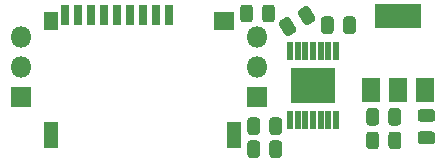
<source format=gbr>
%TF.GenerationSoftware,KiCad,Pcbnew,(5.1.6)-1*%
%TF.CreationDate,2021-04-27T15:39:35-05:00*%
%TF.ProjectId,Pikatea SD card Module,50696b61-7465-4612-9053-442063617264,rev?*%
%TF.SameCoordinates,Original*%
%TF.FileFunction,Soldermask,Top*%
%TF.FilePolarity,Negative*%
%FSLAX46Y46*%
G04 Gerber Fmt 4.6, Leading zero omitted, Abs format (unit mm)*
G04 Created by KiCad (PCBNEW (5.1.6)-1) date 2021-04-27 15:39:35*
%MOMM*%
%LPD*%
G01*
G04 APERTURE LIST*
%ADD10O,1.800000X1.800000*%
%ADD11R,1.800000X1.800000*%
%ADD12R,1.900000X1.600000*%
%ADD13R,0.550000X1.550000*%
%ADD14R,0.800000X1.700000*%
%ADD15R,1.300000X1.500000*%
%ADD16R,1.700000X1.500000*%
%ADD17R,1.300000X2.300000*%
%ADD18R,1.600000X2.100000*%
%ADD19R,3.900000X2.100000*%
G04 APERTURE END LIST*
%TO.C,R2*%
G36*
G01*
X217750000Y-75931250D02*
X217750000Y-74968750D01*
G75*
G02*
X218018750Y-74700000I268750J0D01*
G01*
X218556250Y-74700000D01*
G75*
G02*
X218825000Y-74968750I0J-268750D01*
G01*
X218825000Y-75931250D01*
G75*
G02*
X218556250Y-76200000I-268750J0D01*
G01*
X218018750Y-76200000D01*
G75*
G02*
X217750000Y-75931250I0J268750D01*
G01*
G37*
G36*
G01*
X215875000Y-75931250D02*
X215875000Y-74968750D01*
G75*
G02*
X216143750Y-74700000I268750J0D01*
G01*
X216681250Y-74700000D01*
G75*
G02*
X216950000Y-74968750I0J-268750D01*
G01*
X216950000Y-75931250D01*
G75*
G02*
X216681250Y-76200000I-268750J0D01*
G01*
X216143750Y-76200000D01*
G75*
G02*
X215875000Y-75931250I0J268750D01*
G01*
G37*
%TD*%
%TO.C,R1*%
G36*
G01*
X210100000Y-73968750D02*
X210100000Y-74931250D01*
G75*
G02*
X209831250Y-75200000I-268750J0D01*
G01*
X209293750Y-75200000D01*
G75*
G02*
X209025000Y-74931250I0J268750D01*
G01*
X209025000Y-73968750D01*
G75*
G02*
X209293750Y-73700000I268750J0D01*
G01*
X209831250Y-73700000D01*
G75*
G02*
X210100000Y-73968750I0J-268750D01*
G01*
G37*
G36*
G01*
X211975000Y-73968750D02*
X211975000Y-74931250D01*
G75*
G02*
X211706250Y-75200000I-268750J0D01*
G01*
X211168750Y-75200000D01*
G75*
G02*
X210900000Y-74931250I0J268750D01*
G01*
X210900000Y-73968750D01*
G75*
G02*
X211168750Y-73700000I268750J0D01*
G01*
X211706250Y-73700000D01*
G75*
G02*
X211975000Y-73968750I0J-268750D01*
G01*
G37*
%TD*%
%TO.C,R4*%
G36*
G01*
X210712500Y-83518750D02*
X210712500Y-84481250D01*
G75*
G02*
X210443750Y-84750000I-268750J0D01*
G01*
X209906250Y-84750000D01*
G75*
G02*
X209637500Y-84481250I0J268750D01*
G01*
X209637500Y-83518750D01*
G75*
G02*
X209906250Y-83250000I268750J0D01*
G01*
X210443750Y-83250000D01*
G75*
G02*
X210712500Y-83518750I0J-268750D01*
G01*
G37*
G36*
G01*
X212587500Y-83518750D02*
X212587500Y-84481250D01*
G75*
G02*
X212318750Y-84750000I-268750J0D01*
G01*
X211781250Y-84750000D01*
G75*
G02*
X211512500Y-84481250I0J268750D01*
G01*
X211512500Y-83518750D01*
G75*
G02*
X211781250Y-83250000I268750J0D01*
G01*
X212318750Y-83250000D01*
G75*
G02*
X212587500Y-83518750I0J-268750D01*
G01*
G37*
%TD*%
%TO.C,R3*%
G36*
G01*
X210712500Y-85468750D02*
X210712500Y-86431250D01*
G75*
G02*
X210443750Y-86700000I-268750J0D01*
G01*
X209906250Y-86700000D01*
G75*
G02*
X209637500Y-86431250I0J268750D01*
G01*
X209637500Y-85468750D01*
G75*
G02*
X209906250Y-85200000I268750J0D01*
G01*
X210443750Y-85200000D01*
G75*
G02*
X210712500Y-85468750I0J-268750D01*
G01*
G37*
G36*
G01*
X212587500Y-85468750D02*
X212587500Y-86431250D01*
G75*
G02*
X212318750Y-86700000I-268750J0D01*
G01*
X211781250Y-86700000D01*
G75*
G02*
X211512500Y-86431250I0J268750D01*
G01*
X211512500Y-85468750D01*
G75*
G02*
X211781250Y-85200000I268750J0D01*
G01*
X212318750Y-85200000D01*
G75*
G02*
X212587500Y-85468750I0J-268750D01*
G01*
G37*
%TD*%
%TO.C,C4*%
G36*
G01*
X220787500Y-84718750D02*
X220787500Y-85681250D01*
G75*
G02*
X220518750Y-85950000I-268750J0D01*
G01*
X219981250Y-85950000D01*
G75*
G02*
X219712500Y-85681250I0J268750D01*
G01*
X219712500Y-84718750D01*
G75*
G02*
X219981250Y-84450000I268750J0D01*
G01*
X220518750Y-84450000D01*
G75*
G02*
X220787500Y-84718750I0J-268750D01*
G01*
G37*
G36*
G01*
X222662500Y-84718750D02*
X222662500Y-85681250D01*
G75*
G02*
X222393750Y-85950000I-268750J0D01*
G01*
X221856250Y-85950000D01*
G75*
G02*
X221587500Y-85681250I0J268750D01*
G01*
X221587500Y-84718750D01*
G75*
G02*
X221856250Y-84450000I268750J0D01*
G01*
X222393750Y-84450000D01*
G75*
G02*
X222662500Y-84718750I0J-268750D01*
G01*
G37*
%TD*%
%TO.C,C3*%
G36*
G01*
X220787500Y-82718750D02*
X220787500Y-83681250D01*
G75*
G02*
X220518750Y-83950000I-268750J0D01*
G01*
X219981250Y-83950000D01*
G75*
G02*
X219712500Y-83681250I0J268750D01*
G01*
X219712500Y-82718750D01*
G75*
G02*
X219981250Y-82450000I268750J0D01*
G01*
X220518750Y-82450000D01*
G75*
G02*
X220787500Y-82718750I0J-268750D01*
G01*
G37*
G36*
G01*
X222662500Y-82718750D02*
X222662500Y-83681250D01*
G75*
G02*
X222393750Y-83950000I-268750J0D01*
G01*
X221856250Y-83950000D01*
G75*
G02*
X221587500Y-83681250I0J268750D01*
G01*
X221587500Y-82718750D01*
G75*
G02*
X221856250Y-82450000I268750J0D01*
G01*
X222393750Y-82450000D01*
G75*
G02*
X222662500Y-82718750I0J-268750D01*
G01*
G37*
%TD*%
%TO.C,C2*%
G36*
G01*
X224318750Y-84437500D02*
X225281250Y-84437500D01*
G75*
G02*
X225550000Y-84706250I0J-268750D01*
G01*
X225550000Y-85243750D01*
G75*
G02*
X225281250Y-85512500I-268750J0D01*
G01*
X224318750Y-85512500D01*
G75*
G02*
X224050000Y-85243750I0J268750D01*
G01*
X224050000Y-84706250D01*
G75*
G02*
X224318750Y-84437500I268750J0D01*
G01*
G37*
G36*
G01*
X224318750Y-82562500D02*
X225281250Y-82562500D01*
G75*
G02*
X225550000Y-82831250I0J-268750D01*
G01*
X225550000Y-83368750D01*
G75*
G02*
X225281250Y-83637500I-268750J0D01*
G01*
X224318750Y-83637500D01*
G75*
G02*
X224050000Y-83368750I0J268750D01*
G01*
X224050000Y-82831250D01*
G75*
G02*
X224318750Y-82562500I268750J0D01*
G01*
G37*
%TD*%
%TO.C,C1*%
G36*
G01*
X214444535Y-75316775D02*
X213963286Y-74483225D01*
G75*
G02*
X214061655Y-74116106I232744J134375D01*
G01*
X214527143Y-73847356D01*
G75*
G02*
X214894262Y-73945725I134375J-232744D01*
G01*
X215375512Y-74779275D01*
G75*
G02*
X215277143Y-75146394I-232744J-134375D01*
G01*
X214811655Y-75415144D01*
G75*
G02*
X214444536Y-75316775I-134375J232744D01*
G01*
G37*
G36*
G01*
X212820737Y-76254275D02*
X212339488Y-75420725D01*
G75*
G02*
X212437857Y-75053606I232744J134375D01*
G01*
X212903345Y-74784856D01*
G75*
G02*
X213270464Y-74883225I134375J-232744D01*
G01*
X213751714Y-75716775D01*
G75*
G02*
X213653345Y-76083894I-232744J-134375D01*
G01*
X213187857Y-76352644D01*
G75*
G02*
X212820738Y-76254275I-134375J232744D01*
G01*
G37*
%TD*%
D10*
%TO.C,J2*%
X210500000Y-76420000D03*
X210500000Y-78960000D03*
D11*
X210500000Y-81500000D03*
%TD*%
D10*
%TO.C,J1*%
X190500000Y-76420000D03*
X190500000Y-78960000D03*
D11*
X190500000Y-81500000D03*
%TD*%
D12*
%TO.C,U2*%
X214300000Y-81300000D03*
D13*
X213250000Y-77600000D03*
X213900000Y-77600000D03*
X214550000Y-77600000D03*
X215200000Y-77600000D03*
X215850000Y-77600000D03*
X216500000Y-77600000D03*
X217150000Y-77600000D03*
X217150000Y-83500000D03*
X216500000Y-83500000D03*
X215850000Y-83500000D03*
X215200000Y-83500000D03*
X214550000Y-83500000D03*
X213900000Y-83500000D03*
X213250000Y-83500000D03*
D12*
X214300000Y-79800000D03*
X216100000Y-79800000D03*
X216100000Y-81300000D03*
%TD*%
D14*
%TO.C,XS1*%
X200800000Y-74600000D03*
X201900000Y-74600000D03*
X203000000Y-74600000D03*
X199700000Y-74600000D03*
X198600000Y-74600000D03*
X197500000Y-74600000D03*
X195300000Y-74600000D03*
X196400000Y-74600000D03*
X194200000Y-74600000D03*
D15*
X193050000Y-75100000D03*
D16*
X207650000Y-75100000D03*
D17*
X193050000Y-84700000D03*
X208550000Y-84700000D03*
%TD*%
D18*
%TO.C,U1*%
X220100000Y-80950000D03*
X224700000Y-80950000D03*
X222400000Y-80950000D03*
D19*
X222400000Y-74650000D03*
%TD*%
M02*

</source>
